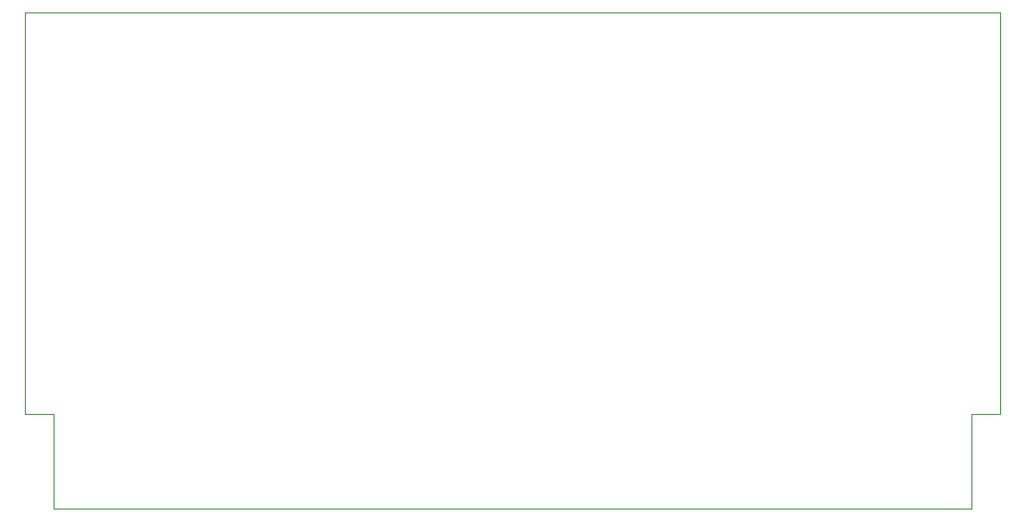
<source format=gko>
G75*
%MOIN*%
%OFA0B0*%
%FSLAX24Y24*%
%IPPOS*%
%LPD*%
%AMOC8*
5,1,8,0,0,1.08239X$1,22.5*
%
%ADD10C,0.0000*%
D10*
X001180Y000140D02*
X033180Y000140D01*
X033180Y003440D01*
X034180Y003440D01*
X034180Y017436D01*
X000180Y017436D01*
X000180Y003440D01*
X001180Y003440D01*
X001180Y000140D01*
M02*

</source>
